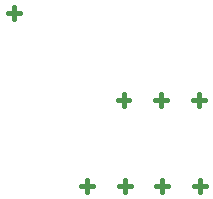
<source format=gbr>
%TF.GenerationSoftware,Altium Limited,Altium Designer,20.0.10 (225)*%
G04 Layer_Color=0*
%FSLAX26Y26*%
%MOIN*%
%TF.FileFunction,Other,Top_Component_Center*%
%TF.Part,Single*%
G01*
G75*
%TA.AperFunction,NonConductor*%
%ADD53C,0.018000*%
D53*
X3594665Y1805315D02*
Y1844685D01*
X3574980Y1825000D02*
X3614350D01*
X4195315Y1250000D02*
X4234685D01*
X4215000Y1230315D02*
Y1269685D01*
X4070235Y1250000D02*
X4109605D01*
X4089920Y1230315D02*
Y1269685D01*
X3945156Y1250000D02*
X3984526D01*
X3964841Y1230315D02*
Y1269685D01*
X3820315Y1250000D02*
X3859685D01*
X3840000Y1230315D02*
Y1269685D01*
X4191378Y1535000D02*
X4230748D01*
X4211063Y1515315D02*
Y1554685D01*
X4066298Y1535000D02*
X4105668D01*
X4085983Y1515315D02*
Y1554685D01*
X3941219Y1535000D02*
X3980589D01*
X3960904Y1515315D02*
Y1554685D01*
%TF.MD5,86596a0e340d2bda951b1c168a130a90*%
M02*

</source>
